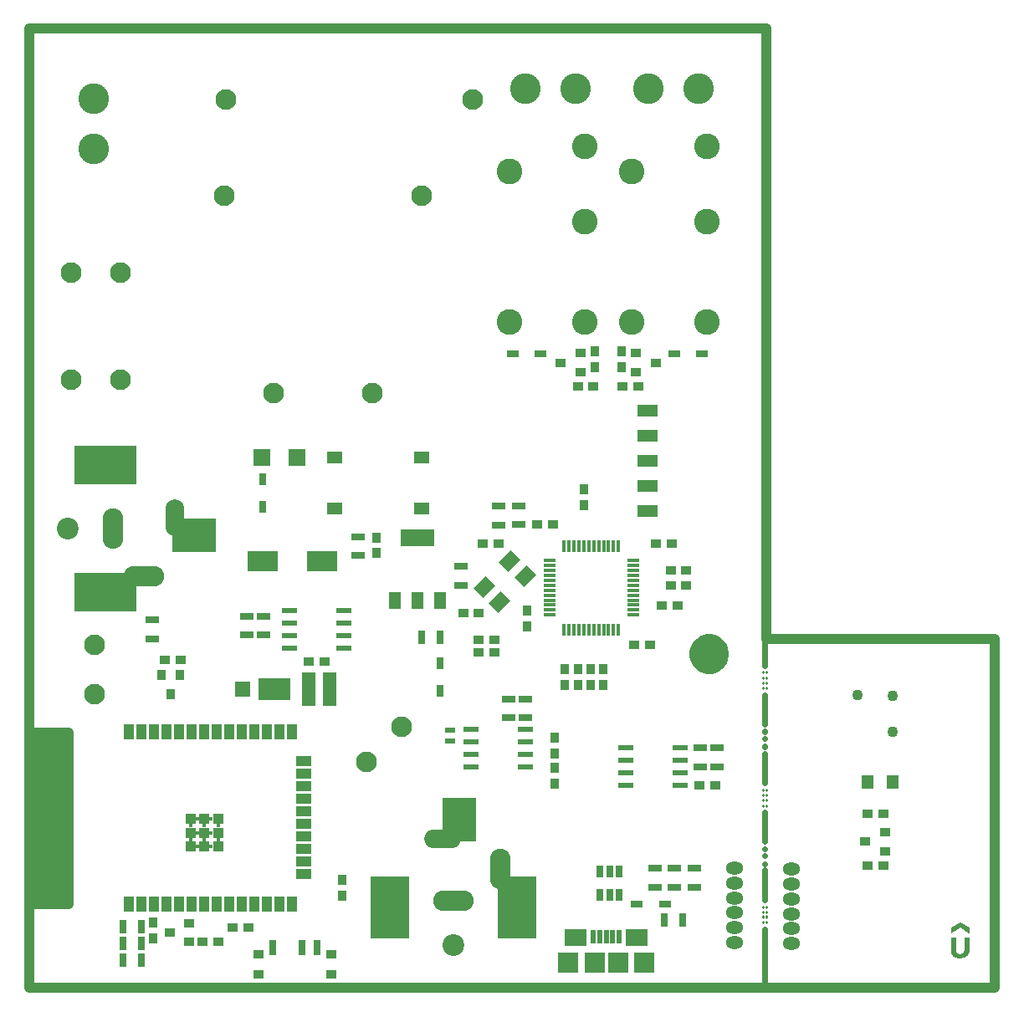
<source format=gts>
G04*
G04 #@! TF.GenerationSoftware,Altium Limited,Altium Designer,20.0.13 (296)*
G04*
G04 Layer_Color=8388736*
%FSLAX25Y25*%
%MOIN*%
G70*
G01*
G75*
%ADD13C,0.00984*%
%ADD22C,0.03937*%
%ADD23C,0.02362*%
%ADD24R,0.24803X0.15748*%
%ADD25R,0.17717X0.13386*%
%ADD26R,0.04724X0.05315*%
%ADD27R,0.04194X0.03494*%
%ADD28R,0.03937X0.03543*%
%ADD29R,0.04528X0.02559*%
%ADD30R,0.03150X0.05512*%
%ADD31R,0.03494X0.04194*%
%ADD32R,0.03937X0.03937*%
%ADD33R,0.03937X0.06299*%
%ADD34R,0.06299X0.03937*%
%ADD35R,0.03150X0.06299*%
%ADD36R,0.04331X0.03543*%
%ADD37R,0.05118X0.01575*%
%ADD38R,0.01575X0.05118*%
%ADD39R,0.05512X0.03150*%
%ADD40R,0.08268X0.04724*%
%ADD41R,0.01968X0.05709*%
%ADD42R,0.08661X0.06693*%
%ADD43R,0.07874X0.07874*%
%ADD44R,0.06299X0.02362*%
%ADD45R,0.02756X0.05118*%
%ADD46R,0.05512X0.13780*%
%ADD47R,0.15748X0.24803*%
%ADD48R,0.13386X0.17717*%
%ADD49R,0.04331X0.02362*%
%ADD50R,0.03543X0.03937*%
%ADD51R,0.06299X0.06378*%
%ADD52R,0.12598X0.09055*%
%ADD53R,0.12205X0.08268*%
%ADD54R,0.06693X0.06693*%
%ADD55R,0.02559X0.04528*%
%ADD56R,0.13386X0.06693*%
%ADD57R,0.05118X0.06693*%
G04:AMPARAMS|DCode=58|XSize=66.93mil|YSize=53.15mil|CornerRadius=0mil|HoleSize=0mil|Usage=FLASHONLY|Rotation=45.000|XOffset=0mil|YOffset=0mil|HoleType=Round|Shape=Rectangle|*
%AMROTATEDRECTD58*
4,1,4,-0.00487,-0.04245,-0.04245,-0.00487,0.00487,0.04245,0.04245,0.00487,-0.00487,-0.04245,0.0*
%
%ADD58ROTATEDRECTD58*%

%ADD59R,0.06496X0.05118*%
%ADD60C,0.08268*%
%ADD61O,0.07480X0.14567*%
%ADD62O,0.16142X0.08268*%
%ADD63O,0.08268X0.16142*%
%ADD64C,0.08661*%
%ADD65O,0.07087X0.05118*%
%ADD66C,0.04331*%
%ADD67C,0.01575*%
%ADD68C,0.00394*%
%ADD69C,0.10236*%
%ADD70C,0.12205*%
%ADD71O,0.14567X0.07480*%
G36*
X367195Y12994D02*
X367418Y12413D01*
X367603Y12166D01*
X367801Y11968D01*
X367986Y11844D01*
X368246Y11721D01*
X368481Y11634D01*
X368802Y11560D01*
X369102D01*
X369680Y11782D01*
X370076Y12042D01*
X370286Y12314D01*
X370449Y12553D01*
X370608Y13091D01*
Y18076D01*
X372586D01*
X372586Y12535D01*
X372425Y11869D01*
X372252Y11535D01*
X372091Y11263D01*
X371894Y10991D01*
X371696Y10793D01*
X371436Y10583D01*
X371176Y10397D01*
X370855Y10200D01*
X370509Y10064D01*
X370113Y9928D01*
X369371Y9804D01*
X369244Y9774D01*
X368984Y9741D01*
X368722Y9735D01*
X368461Y9755D01*
X368333Y9779D01*
Y9779D01*
X367863Y9866D01*
X367380Y10026D01*
X367009Y10175D01*
X366651Y10360D01*
X366379Y10571D01*
X366094Y10818D01*
X365847Y11065D01*
X365600Y11411D01*
X365476Y11696D01*
X365340Y12005D01*
X365241Y12388D01*
X365216Y12598D01*
Y17520D01*
X365216Y18099D01*
X367183Y18101D01*
X367195Y18064D01*
X367195Y12994D01*
D02*
G37*
G36*
X368889Y24123D02*
X365229Y22020D01*
X365204D01*
Y19795D01*
X368889Y21922D01*
X368914D01*
X372401Y19894D01*
X372598Y19770D01*
Y22020D01*
X368889Y24123D01*
D02*
G37*
G36*
X268898Y138976D02*
X268122D01*
X266601Y138674D01*
X265168Y138080D01*
X263878Y137218D01*
X262782Y136122D01*
X261920Y134832D01*
X261326Y133399D01*
X261024Y131878D01*
Y131102D01*
Y130327D01*
X261326Y128806D01*
X261920Y127373D01*
X262782Y126083D01*
X263878Y124986D01*
X265168Y124125D01*
X266601Y123531D01*
X268122Y123228D01*
X268898D01*
D01*
X269673D01*
X271194Y123531D01*
X272627Y124125D01*
X273917Y124986D01*
X275014Y126083D01*
X275875Y127373D01*
X276469Y128806D01*
X276772Y130327D01*
Y131102D01*
D01*
Y131878D01*
X276469Y133399D01*
X275875Y134832D01*
X275014Y136122D01*
X273917Y137218D01*
X272627Y138080D01*
X271194Y138674D01*
X269673Y138976D01*
X268898D01*
D01*
D01*
D02*
G37*
D13*
X290335Y123603D02*
Y123996D01*
Y121437D02*
Y121831D01*
Y119469D02*
Y119863D01*
Y117500D02*
Y117894D01*
Y117500D02*
Y117894D01*
Y119469D02*
Y119863D01*
Y121437D02*
Y121831D01*
Y123603D02*
Y123996D01*
X291713Y117500D02*
Y117894D01*
Y119469D02*
Y119863D01*
Y121437D02*
Y121831D01*
Y123603D02*
Y123996D01*
X290335Y70493D02*
Y70886D01*
Y72658D02*
Y73052D01*
Y74626D02*
Y75020D01*
Y76595D02*
Y76989D01*
X291713Y70493D02*
Y70886D01*
Y72658D02*
Y73052D01*
Y74626D02*
Y75020D01*
Y76595D02*
Y76989D01*
Y76595D02*
Y76989D01*
Y74626D02*
Y75020D01*
Y72658D02*
Y73052D01*
Y70493D02*
Y70886D01*
Y24036D02*
Y24430D01*
Y26201D02*
Y26595D01*
Y28170D02*
Y28563D01*
Y30138D02*
Y30532D01*
Y30138D02*
Y30532D01*
Y28170D02*
Y28563D01*
Y26201D02*
Y26595D01*
Y24036D02*
Y24430D01*
X290335Y30138D02*
Y30532D01*
Y28170D02*
Y28563D01*
Y26201D02*
Y26595D01*
Y24036D02*
Y24430D01*
D22*
X5408Y32087D02*
Y99803D01*
X4921Y32087D02*
X5408D01*
X0Y31496D02*
Y99803D01*
X10827Y31890D02*
Y99803D01*
X11024D01*
X8071Y32087D02*
Y99606D01*
X8268D01*
X4921Y32087D02*
Y99803D01*
X5894D01*
X1772Y31693D02*
Y99803D01*
X1575D02*
X1772D01*
X-1969Y31496D02*
Y99803D01*
Y-1969D02*
Y31496D01*
X13583D01*
X-1969Y99803D02*
X13757D01*
X-1969D02*
Y380315D01*
X291732Y137205D02*
X382677D01*
Y-1969D02*
Y137205D01*
X-1969Y-1969D02*
X382677D01*
X-1969Y380315D02*
X291732D01*
Y137205D02*
Y380315D01*
X13583Y31496D02*
X13757Y31670D01*
Y99803D01*
X-1969Y-1969D02*
X-1575D01*
D23*
X291024Y126319D02*
Y136614D01*
Y103091D02*
Y114902D01*
Y79587D02*
Y91398D01*
Y56359D02*
Y68170D01*
Y33130D02*
Y44941D01*
Y-846D02*
Y21556D01*
X290984Y100217D02*
X291024Y100256D01*
X290984Y94233D02*
X291024Y94272D01*
X290945Y97343D02*
X290984Y97382D01*
X290945Y50611D02*
X290984Y50650D01*
Y47501D02*
X291024Y47540D01*
X290984Y53485D02*
X291024Y53524D01*
D24*
X28445Y206496D02*
D03*
Y155709D02*
D03*
D25*
X63681Y178543D02*
D03*
D26*
X341929Y79921D02*
D03*
X332087D02*
D03*
D27*
X331889Y67323D02*
D03*
X338189D02*
D03*
X331889Y46842D02*
D03*
X338189D02*
D03*
X85394Y21910D02*
D03*
X79094D02*
D03*
X73229Y16339D02*
D03*
X66929D02*
D03*
X245276Y134646D02*
D03*
X238976D02*
D03*
X250000Y150394D02*
D03*
X256300D02*
D03*
X259843Y158409D02*
D03*
X253543D02*
D03*
X259843Y164409D02*
D03*
X253543D02*
D03*
X253937Y175197D02*
D03*
X247637D02*
D03*
X200393Y182677D02*
D03*
X206693D02*
D03*
X234252Y237787D02*
D03*
X240552D02*
D03*
X222835D02*
D03*
X216535D02*
D03*
X177165Y136614D02*
D03*
X183465D02*
D03*
X177165Y131881D02*
D03*
X183465D02*
D03*
X264960Y78759D02*
D03*
X271260D02*
D03*
X115748Y127944D02*
D03*
X109448D02*
D03*
X51968Y128740D02*
D03*
X58268D02*
D03*
X178740Y175197D02*
D03*
X185040D02*
D03*
X170866Y147244D02*
D03*
X177166D02*
D03*
D28*
X338976Y52550D02*
D03*
Y60031D02*
D03*
X331102Y56291D02*
D03*
X61811Y16339D02*
D03*
Y23819D02*
D03*
X53937Y20079D02*
D03*
X239764Y250975D02*
D03*
Y243495D02*
D03*
X247638Y247235D02*
D03*
X217717Y243447D02*
D03*
Y250927D02*
D03*
X209842Y247187D02*
D03*
D29*
X251181Y31496D02*
D03*
X240158D02*
D03*
X266142Y250629D02*
D03*
X255118D02*
D03*
X190551D02*
D03*
X201575D02*
D03*
D30*
X250984Y25197D02*
D03*
X258465D02*
D03*
X42717Y9046D02*
D03*
X35236D02*
D03*
X42717Y15739D02*
D03*
X35236D02*
D03*
X42717Y22432D02*
D03*
X35236D02*
D03*
X161811Y137787D02*
D03*
X154331D02*
D03*
D31*
X196457Y142126D02*
D03*
Y148426D02*
D03*
X47244Y17708D02*
D03*
Y24008D02*
D03*
X233858Y245314D02*
D03*
Y251613D02*
D03*
X223228D02*
D03*
Y245314D02*
D03*
X226772Y125189D02*
D03*
Y118888D02*
D03*
X221654D02*
D03*
Y125189D02*
D03*
X216535Y118888D02*
D03*
Y125189D02*
D03*
X207480Y91329D02*
D03*
Y97629D02*
D03*
Y85818D02*
D03*
Y79518D02*
D03*
X211417Y118888D02*
D03*
Y125189D02*
D03*
X122835Y40945D02*
D03*
Y34645D02*
D03*
X136221Y177559D02*
D03*
Y171259D02*
D03*
X219000Y196851D02*
D03*
Y190551D02*
D03*
D32*
X73228Y65346D02*
D03*
X62205D02*
D03*
X73228Y54322D02*
D03*
X62205D02*
D03*
X67716D02*
D03*
Y65346D02*
D03*
X73228Y59834D02*
D03*
X62205D02*
D03*
X67716D02*
D03*
D33*
X37520Y100188D02*
D03*
X42520D02*
D03*
X47520D02*
D03*
X52520D02*
D03*
X57520D02*
D03*
X62520D02*
D03*
X67520D02*
D03*
X72520D02*
D03*
X77520D02*
D03*
X82520D02*
D03*
X87520D02*
D03*
X92520D02*
D03*
X97520D02*
D03*
X102520D02*
D03*
Y31291D02*
D03*
X97520D02*
D03*
X92520D02*
D03*
X87520D02*
D03*
X82520D02*
D03*
X77520D02*
D03*
X72520D02*
D03*
X67520D02*
D03*
X62520D02*
D03*
X57520D02*
D03*
X52520D02*
D03*
X47520D02*
D03*
X42520D02*
D03*
X37520D02*
D03*
D34*
X107441Y88239D02*
D03*
Y83239D02*
D03*
Y78239D02*
D03*
Y73239D02*
D03*
Y68239D02*
D03*
Y63239D02*
D03*
Y58239D02*
D03*
Y53239D02*
D03*
Y48239D02*
D03*
Y43239D02*
D03*
D35*
X112677Y14114D02*
D03*
X106772D02*
D03*
X94961D02*
D03*
D36*
X118189Y11358D02*
D03*
Y3484D02*
D03*
X89449D02*
D03*
Y11358D02*
D03*
D37*
X205220Y168298D02*
D03*
Y166330D02*
D03*
Y164361D02*
D03*
Y162393D02*
D03*
Y160424D02*
D03*
Y158456D02*
D03*
Y156487D02*
D03*
Y154519D02*
D03*
Y152550D02*
D03*
Y150582D02*
D03*
Y148613D02*
D03*
Y146645D02*
D03*
X238685D02*
D03*
Y148613D02*
D03*
Y150582D02*
D03*
Y152550D02*
D03*
Y154519D02*
D03*
Y156487D02*
D03*
Y158456D02*
D03*
Y160424D02*
D03*
Y162393D02*
D03*
Y164361D02*
D03*
Y166330D02*
D03*
Y168298D02*
D03*
D38*
X211126Y140739D02*
D03*
X213094D02*
D03*
X215063D02*
D03*
X217031D02*
D03*
X219000D02*
D03*
X220968D02*
D03*
X222937D02*
D03*
X224905D02*
D03*
X226874D02*
D03*
X228842D02*
D03*
X230811D02*
D03*
X232779D02*
D03*
Y174204D02*
D03*
X230811D02*
D03*
X228842D02*
D03*
X226874D02*
D03*
X224905D02*
D03*
X222937D02*
D03*
X220968D02*
D03*
X219000D02*
D03*
X217031D02*
D03*
X215063D02*
D03*
X213094D02*
D03*
X211126D02*
D03*
D39*
X192913Y190149D02*
D03*
Y182668D02*
D03*
X184992Y190046D02*
D03*
Y182566D02*
D03*
X195669Y105700D02*
D03*
Y113180D02*
D03*
X188976Y105700D02*
D03*
Y113180D02*
D03*
X272047Y93692D02*
D03*
Y86212D02*
D03*
X265354Y93692D02*
D03*
Y86212D02*
D03*
X262992Y45661D02*
D03*
Y38180D02*
D03*
X255118Y45661D02*
D03*
Y38180D02*
D03*
X247244Y45661D02*
D03*
Y38180D02*
D03*
X46850Y137205D02*
D03*
Y144685D02*
D03*
X91339Y138583D02*
D03*
Y146063D02*
D03*
X84646Y138583D02*
D03*
Y146063D02*
D03*
X170079Y165945D02*
D03*
Y158465D02*
D03*
X129134Y170276D02*
D03*
Y177756D02*
D03*
D40*
X244488Y228189D02*
D03*
Y218189D02*
D03*
Y208189D02*
D03*
Y198189D02*
D03*
Y188189D02*
D03*
D41*
X233071Y18504D02*
D03*
X230512D02*
D03*
X227953D02*
D03*
X225394D02*
D03*
X222835D02*
D03*
D42*
X215748Y18012D02*
D03*
X240158D02*
D03*
D43*
X232677Y7972D02*
D03*
X223228D02*
D03*
X212795D02*
D03*
X243110D02*
D03*
D44*
X235571Y93759D02*
D03*
Y88759D02*
D03*
Y83759D02*
D03*
Y78759D02*
D03*
X257224D02*
D03*
Y83759D02*
D03*
Y88759D02*
D03*
Y93759D02*
D03*
X101772Y133445D02*
D03*
Y138445D02*
D03*
Y143445D02*
D03*
Y148445D02*
D03*
X123425D02*
D03*
Y143445D02*
D03*
Y138445D02*
D03*
Y133445D02*
D03*
X195669Y101172D02*
D03*
Y96172D02*
D03*
Y91172D02*
D03*
Y86172D02*
D03*
X174016D02*
D03*
Y91172D02*
D03*
Y96172D02*
D03*
Y101172D02*
D03*
D45*
X225493Y35236D02*
D03*
Y44291D02*
D03*
X229233Y35236D02*
D03*
Y44291D02*
D03*
X232973Y35236D02*
D03*
Y44291D02*
D03*
D46*
X117520Y116920D02*
D03*
X109252D02*
D03*
D47*
X141535Y29912D02*
D03*
X192323D02*
D03*
D48*
X169488Y65149D02*
D03*
D49*
X165748Y100838D02*
D03*
Y96507D02*
D03*
D50*
X58071Y122835D02*
D03*
X50591D02*
D03*
X54331Y114961D02*
D03*
D51*
X82992Y116929D02*
D03*
D52*
X95669D02*
D03*
D53*
X90945Y168110D02*
D03*
X114567D02*
D03*
D54*
X90551Y209440D02*
D03*
X104724D02*
D03*
D55*
X90945Y189755D02*
D03*
Y200779D02*
D03*
X161811Y116535D02*
D03*
Y127559D02*
D03*
D56*
X152756Y177550D02*
D03*
D57*
X161811Y152354D02*
D03*
X152756D02*
D03*
X143701D02*
D03*
D58*
X179189Y157755D02*
D03*
X189489Y168055D02*
D03*
X185314Y151630D02*
D03*
X195614Y161930D02*
D03*
D59*
X154331Y188948D02*
D03*
Y209460D02*
D03*
X119685Y188948D02*
D03*
Y209460D02*
D03*
D60*
X76378Y351969D02*
D03*
X174803D02*
D03*
X24016Y134646D02*
D03*
Y114961D02*
D03*
X95276Y235039D02*
D03*
X134646D02*
D03*
X75590Y313779D02*
D03*
X154331D02*
D03*
X34252Y283062D02*
D03*
X14567D02*
D03*
X34252Y240543D02*
D03*
X14567D02*
D03*
X146203Y102108D02*
D03*
X132283Y88189D02*
D03*
D61*
X56004Y185433D02*
D03*
D62*
X43799Y162205D02*
D03*
X166929Y32668D02*
D03*
D63*
X31201Y181102D02*
D03*
X185827Y45267D02*
D03*
D64*
X13484Y181102D02*
D03*
X166929Y14952D02*
D03*
D65*
X301575Y15739D02*
D03*
Y21645D02*
D03*
Y27550D02*
D03*
Y33456D02*
D03*
Y39361D02*
D03*
Y45267D02*
D03*
X279134Y45661D02*
D03*
Y39755D02*
D03*
Y33849D02*
D03*
Y27944D02*
D03*
Y22039D02*
D03*
Y16133D02*
D03*
D66*
X342106Y100220D02*
D03*
Y114362D02*
D03*
X327973Y114741D02*
D03*
D67*
X62244Y57078D02*
D03*
Y62590D02*
D03*
X64961Y59834D02*
D03*
X67756Y57078D02*
D03*
Y62590D02*
D03*
X73268Y57078D02*
D03*
Y62590D02*
D03*
X64961Y54322D02*
D03*
Y65346D02*
D03*
X70472Y54322D02*
D03*
Y59834D02*
D03*
Y65346D02*
D03*
D68*
X109724Y7421D02*
D03*
X97913D02*
D03*
D69*
X238139Y323416D02*
D03*
X268139Y333417D02*
D03*
Y303416D02*
D03*
X238139Y263417D02*
D03*
X268139D02*
D03*
X189244Y323416D02*
D03*
X219244Y333417D02*
D03*
Y303416D02*
D03*
X189244Y263417D02*
D03*
X219244D02*
D03*
D70*
X244639Y356291D02*
D03*
X264639D02*
D03*
X195744D02*
D03*
X215744D02*
D03*
X23622Y332520D02*
D03*
Y352520D02*
D03*
D71*
X162598Y57472D02*
D03*
M02*

</source>
